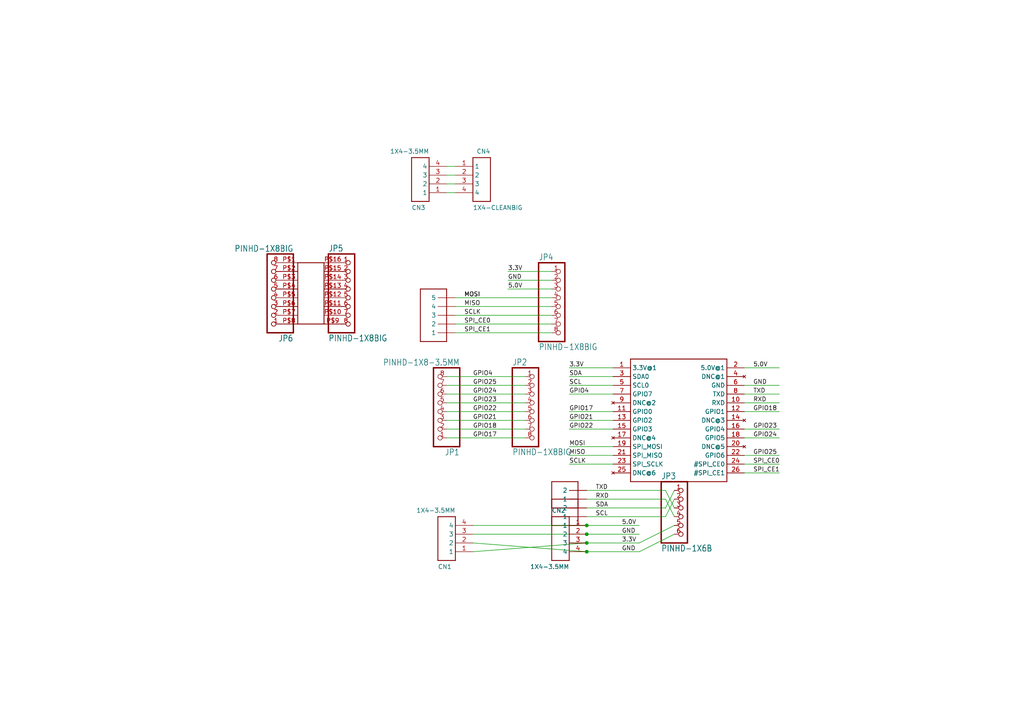
<source format=kicad_sch>
(kicad_sch (version 20211123) (generator eeschema)
  (paper "A4")
  (lib_symbols
    (symbol "eagleSchem-eagle-import:1X2-3.5MM"
      (symbol "1X2-3.5MM_1_0"
        (polyline (pts (xy -2.54 -2.54) (xy 5.08 -2.54)) (stroke (width 0.254)))
        (polyline (pts (xy -2.54 5.08) (xy -2.54 -2.54)) (stroke (width 0.254)))
        (polyline (pts (xy 5.08 -2.54) (xy 5.08 5.08)) (stroke (width 0.254)))
        (polyline (pts (xy 5.08 5.08) (xy -2.54 5.08)) (stroke (width 0.254)))
        (pin passive line (at -5.08 2.54 0) (length 5.08) (name "1") (number "1"))
        (pin passive line (at -5.08 0 0) (length 5.08) (name "2") (number "2"))
      )
    )
    (symbol "eagleSchem-eagle-import:1X4-3.5MM"
      (property "Reference" "CN" (at 5.08 7.62 0))
      (property "Value" "1X4-3.5MM" (at 0 -10.16 0))
      (symbol "1X4-3.5MM_1_0"
        (polyline (pts (xy 0 -7.62) (xy 0 5.08)) (stroke (width 0.254)))
        (polyline (pts (xy 0 5.08) (xy 5.08 5.08)) (stroke (width 0.254)))
        (polyline (pts (xy 5.08 -7.62) (xy 0 -7.62)) (stroke (width 0.254)))
        (polyline (pts (xy 5.08 5.08) (xy 5.08 -7.62)) (stroke (width 0.254)))
        (pin bidirectional line (at -5.08 2.54 0) (length 5.08) (name "1") (number "1"))
        (pin bidirectional line (at -5.08 0 0) (length 5.08) (name "2") (number "2"))
        (pin bidirectional line (at -5.08 -2.54 0) (length 5.08) (name "3") (number "3"))
        (pin bidirectional line (at -5.08 -5.08 0) (length 5.08) (name "4") (number "4"))
      )
    )
    (symbol "eagleSchem-eagle-import:1X4-CLEANBIG"
      (property "Reference" "CN" (at 5.08 7.62 0))
      (property "Value" "1X4-CLEANBIG" (at 0 -10.16 0))
      (symbol "1X4-CLEANBIG_1_0"
        (polyline (pts (xy 0 -7.62) (xy 0 5.08)) (stroke (width 0.254)))
        (polyline (pts (xy 0 5.08) (xy 5.08 5.08)) (stroke (width 0.254)))
        (polyline (pts (xy 5.08 -7.62) (xy 0 -7.62)) (stroke (width 0.254)))
        (polyline (pts (xy 5.08 5.08) (xy 5.08 -7.62)) (stroke (width 0.254)))
        (pin bidirectional line (at -5.08 2.54 0) (length 5.08) (name "1") (number "1"))
        (pin bidirectional line (at -5.08 0 0) (length 5.08) (name "2") (number "2"))
        (pin bidirectional line (at -5.08 -2.54 0) (length 5.08) (name "3") (number "3"))
        (pin bidirectional line (at -5.08 -5.08 0) (length 5.08) (name "4") (number "4"))
      )
    )
    (symbol "eagleSchem-eagle-import:1X5"
      (symbol "1X5_1_0"
        (polyline (pts (xy -5.08 -7.62) (xy 2.54 -7.62)) (stroke (width 0.254)))
        (polyline (pts (xy -5.08 7.62) (xy -5.08 -7.62)) (stroke (width 0.254)))
        (polyline (pts (xy 2.54 -7.62) (xy 2.54 7.62)) (stroke (width 0.254)))
        (polyline (pts (xy 2.54 7.62) (xy -5.08 7.62)) (stroke (width 0.254)))
        (pin passive line (at -7.62 5.08 0) (length 5.08) (name "1") (number "1"))
        (pin passive line (at -7.62 2.54 0) (length 5.08) (name "2") (number "2"))
        (pin passive line (at -7.62 0 0) (length 5.08) (name "3") (number "3"))
        (pin passive line (at -7.62 -2.54 0) (length 5.08) (name "4") (number "4"))
        (pin passive line (at -7.62 -5.08 0) (length 5.08) (name "5") (number "5"))
      )
    )
    (symbol "eagleSchem-eagle-import:PINHD-1X6B"
      (property "Reference" "JP" (at -6.35 10.795 0))
      (property "Value" "PINHD-1X6B" (at -6.35 -10.16 0))
      (symbol "PINHD-1X6B_1_0"
        (polyline (pts (xy -6.35 -7.62) (xy 1.27 -7.62)) (stroke (width 0.4064)))
        (polyline (pts (xy -6.35 10.16) (xy -6.35 -7.62)) (stroke (width 0.4064)))
        (polyline (pts (xy 1.27 -7.62) (xy 1.27 10.16)) (stroke (width 0.4064)))
        (polyline (pts (xy 1.27 10.16) (xy -6.35 10.16)) (stroke (width 0.4064)))
        (pin passive inverted (at -2.54 7.62 0) (length 2.54) (name "1") (number "1"))
        (pin passive inverted (at -2.54 5.08 0) (length 2.54) (name "2") (number "2"))
        (pin passive inverted (at -2.54 2.54 0) (length 2.54) (name "3") (number "3"))
        (pin passive inverted (at -2.54 0 0) (length 2.54) (name "4") (number "4"))
        (pin passive inverted (at -2.54 -2.54 0) (length 2.54) (name "5") (number "5"))
        (pin passive inverted (at -2.54 -5.08 0) (length 2.54) (name "6") (number "6"))
      )
    )
    (symbol "eagleSchem-eagle-import:PINHD-1X8-3.5MM"
      (property "Reference" "JP" (at -6.35 10.795 0))
      (property "Value" "PINHD-1X8-3.5MM" (at -6.35 -15.24 0))
      (symbol "PINHD-1X8-3.5MM_1_0"
        (polyline (pts (xy -6.35 -12.7) (xy 1.27 -12.7)) (stroke (width 0.4064)))
        (polyline (pts (xy -6.35 10.16) (xy -6.35 -12.7)) (stroke (width 0.4064)))
        (polyline (pts (xy 1.27 -12.7) (xy 1.27 10.16)) (stroke (width 0.4064)))
        (polyline (pts (xy 1.27 10.16) (xy -6.35 10.16)) (stroke (width 0.4064)))
        (pin passive inverted (at -2.54 7.62 0) (length 2.54) (name "1") (number "1"))
        (pin passive inverted (at -2.54 5.08 0) (length 2.54) (name "2") (number "2"))
        (pin passive inverted (at -2.54 2.54 0) (length 2.54) (name "3") (number "3"))
        (pin passive inverted (at -2.54 0 0) (length 2.54) (name "4") (number "4"))
        (pin passive inverted (at -2.54 -2.54 0) (length 2.54) (name "5") (number "5"))
        (pin passive inverted (at -2.54 -5.08 0) (length 2.54) (name "6") (number "6"))
        (pin passive inverted (at -2.54 -7.62 0) (length 2.54) (name "7") (number "7"))
        (pin passive inverted (at -2.54 -10.16 0) (length 2.54) (name "8") (number "8"))
      )
    )
    (symbol "eagleSchem-eagle-import:PINHD-1X8BIG"
      (property "Reference" "JP" (at -6.35 10.795 0))
      (property "Value" "PINHD-1X8BIG" (at -6.35 -15.24 0))
      (symbol "PINHD-1X8BIG_1_0"
        (polyline (pts (xy -6.35 -12.7) (xy 1.27 -12.7)) (stroke (width 0.4064)))
        (polyline (pts (xy -6.35 10.16) (xy -6.35 -12.7)) (stroke (width 0.4064)))
        (polyline (pts (xy 1.27 -12.7) (xy 1.27 10.16)) (stroke (width 0.4064)))
        (polyline (pts (xy 1.27 10.16) (xy -6.35 10.16)) (stroke (width 0.4064)))
        (pin passive inverted (at -2.54 7.62 0) (length 2.54) (name "1") (number "1"))
        (pin passive inverted (at -2.54 5.08 0) (length 2.54) (name "2") (number "2"))
        (pin passive inverted (at -2.54 2.54 0) (length 2.54) (name "3") (number "3"))
        (pin passive inverted (at -2.54 0 0) (length 2.54) (name "4") (number "4"))
        (pin passive inverted (at -2.54 -2.54 0) (length 2.54) (name "5") (number "5"))
        (pin passive inverted (at -2.54 -5.08 0) (length 2.54) (name "6") (number "6"))
        (pin passive inverted (at -2.54 -7.62 0) (length 2.54) (name "7") (number "7"))
        (pin passive inverted (at -2.54 -10.16 0) (length 2.54) (name "8") (number "8"))
      )
    )
    (symbol "eagleSchem-eagle-import:RASPBERRYPI_BB"
      (symbol "RASPBERRYPI_BB_1_0"
        (polyline (pts (xy -12.7 -17.78) (xy -12.7 17.78)) (stroke (width 0.254)))
        (polyline (pts (xy -12.7 17.78) (xy 15.24 17.78)) (stroke (width 0.254)))
        (polyline (pts (xy 15.24 -17.78) (xy -12.7 -17.78)) (stroke (width 0.254)))
        (polyline (pts (xy 15.24 17.78) (xy 15.24 -17.78)) (stroke (width 0.254)))
        (pin power_in line (at -17.78 15.24 0) (length 5.08) (name "3.3V@1") (number "1"))
        (pin input line (at 20.32 5.08 180) (length 5.08) (name "RXD") (number "10"))
        (pin bidirectional line (at -17.78 2.54 0) (length 5.08) (name "GPIO0") (number "11"))
        (pin bidirectional line (at 20.32 2.54 180) (length 5.08) (name "GPIO1") (number "12"))
        (pin bidirectional line (at -17.78 0 0) (length 5.08) (name "GPIO2") (number "13"))
        (pin no_connect line (at 20.32 0 180) (length 5.08) (name "DNC@3") (number "14"))
        (pin bidirectional line (at -17.78 -2.54 0) (length 5.08) (name "GPIO3") (number "15"))
        (pin bidirectional line (at 20.32 -2.54 180) (length 5.08) (name "GPIO4") (number "16"))
        (pin no_connect line (at -17.78 -5.08 0) (length 5.08) (name "DNC@4") (number "17"))
        (pin bidirectional line (at 20.32 -5.08 180) (length 5.08) (name "GPIO5") (number "18"))
        (pin output line (at -17.78 -7.62 0) (length 5.08) (name "SPI_MOSI") (number "19"))
        (pin power_in line (at 20.32 15.24 180) (length 5.08) (name "5.0V@1") (number "2"))
        (pin no_connect line (at 20.32 -7.62 180) (length 5.08) (name "DNC@5") (number "20"))
        (pin input line (at -17.78 -10.16 0) (length 5.08) (name "SPI_MISO") (number "21"))
        (pin bidirectional line (at 20.32 -10.16 180) (length 5.08) (name "GPIO6") (number "22"))
        (pin output line (at -17.78 -12.7 0) (length 5.08) (name "SPI_SCLK") (number "23"))
        (pin output line (at 20.32 -12.7 180) (length 5.08) (name "#SPI_CE0") (number "24"))
        (pin no_connect line (at -17.78 -15.24 0) (length 5.08) (name "DNC@6") (number "25"))
        (pin output line (at 20.32 -15.24 180) (length 5.08) (name "#SPI_CE1") (number "26"))
        (pin bidirectional line (at -17.78 12.7 0) (length 5.08) (name "SDA0") (number "3"))
        (pin no_connect line (at 20.32 12.7 180) (length 5.08) (name "DNC@1") (number "4"))
        (pin output line (at -17.78 10.16 0) (length 5.08) (name "SCL0") (number "5"))
        (pin power_in line (at 20.32 10.16 180) (length 5.08) (name "GND") (number "6"))
        (pin bidirectional line (at -17.78 7.62 0) (length 5.08) (name "GPIO7") (number "7"))
        (pin output line (at 20.32 7.62 180) (length 5.08) (name "TXD") (number "8"))
        (pin no_connect line (at -17.78 5.08 0) (length 5.08) (name "DNC@2") (number "9"))
      )
    )
    (symbol "eagleSchem-eagle-import:SMD-16SOIC"
      (symbol "SMD-16SOIC_1_0"
        (polyline (pts (xy -2.54 -5.08) (xy -2.54 12.7)) (stroke (width 0.254)))
        (polyline (pts (xy -2.54 12.7) (xy 5.08 12.7)) (stroke (width 0.254)))
        (polyline (pts (xy 5.08 -5.08) (xy -2.54 -5.08)) (stroke (width 0.254)))
        (polyline (pts (xy 5.08 12.7) (xy 5.08 -5.08)) (stroke (width 0.254)))
        (pin bidirectional line (at -7.62 12.7 0) (length 5.08) (name "P$1") (number "P$1"))
        (pin bidirectional line (at 10.16 -2.54 180) (length 5.08) (name "P$10") (number "P$10"))
        (pin bidirectional line (at 10.16 0 180) (length 5.08) (name "P$11") (number "P$11"))
        (pin bidirectional line (at 10.16 2.54 180) (length 5.08) (name "P$12") (number "P$12"))
        (pin bidirectional line (at 10.16 5.08 180) (length 5.08) (name "P$13") (number "P$13"))
        (pin bidirectional line (at 10.16 7.62 180) (length 5.08) (name "P$14") (number "P$14"))
        (pin bidirectional line (at 10.16 10.16 180) (length 5.08) (name "P$15") (number "P$15"))
        (pin bidirectional line (at 10.16 12.7 180) (length 5.08) (name "P$16") (number "P$16"))
        (pin bidirectional line (at -7.62 10.16 0) (length 5.08) (name "P$2") (number "P$2"))
        (pin bidirectional line (at -7.62 7.62 0) (length 5.08) (name "P$3") (number "P$3"))
        (pin bidirectional line (at -7.62 5.08 0) (length 5.08) (name "P$4") (number "P$4"))
        (pin bidirectional line (at -7.62 2.54 0) (length 5.08) (name "P$5") (number "P$5"))
        (pin bidirectional line (at -7.62 0 0) (length 5.08) (name "P$6") (number "P$6"))
        (pin bidirectional line (at -7.62 -2.54 0) (length 5.08) (name "P$7") (number "P$7"))
        (pin bidirectional line (at -7.62 -5.08 0) (length 5.08) (name "P$8") (number "P$8"))
        (pin bidirectional line (at 10.16 -5.08 180) (length 5.08) (name "P$9") (number "P$9"))
      )
    )
  )
  (junction (at 170.18 152.4))
  (junction (at 170.18 157.48))
  (junction (at 170.18 154.94))
  (junction (at 170.18 160.02))
  (wire (pts (xy 215.9 132.08) (xy 226.06 132.08)))
  (wire (pts (xy 165.1 132.08) (xy 177.8 132.08)))
  (wire (pts (xy 132.08 50.8) (xy 129.54 50.8)))
  (wire (pts (xy 132.08 55.88) (xy 129.54 55.88)))
  (wire (pts (xy 160.02 83.82) (xy 147.32 83.82)))
  (wire (pts (xy 215.9 124.46) (xy 226.06 124.46)))
  (wire (pts (xy 129.54 119.38) (xy 152.4 119.38)))
  (wire (pts (xy 129.54 116.84) (xy 152.4 116.84)))
  (wire (pts (xy 215.9 134.62) (xy 226.06 134.62)))
  (wire (pts (xy 177.8 106.68) (xy 165.1 106.68)))
  (wire (pts (xy 132.08 88.9) (xy 160.02 88.9)))
  (wire (pts (xy 193.04 149.86) (xy 195.58 144.78)))
  (wire (pts (xy 132.08 93.98) (xy 160.02 93.98)))
  (wire (pts (xy 132.08 53.34) (xy 129.54 53.34)))
  (wire (pts (xy 170.18 144.78) (xy 193.04 144.78)))
  (wire (pts (xy 132.08 86.36) (xy 160.02 86.36)))
  (wire (pts (xy 215.9 137.16) (xy 226.06 137.16)))
  (wire (pts (xy 177.8 111.76) (xy 165.1 111.76)))
  (wire (pts (xy 129.54 109.22) (xy 152.4 109.22)))
  (wire (pts (xy 129.54 124.46) (xy 152.4 124.46)))
  (wire (pts (xy 177.8 121.92) (xy 165.1 121.92)))
  (wire (pts (xy 160.02 81.28) (xy 147.32 81.28)))
  (wire (pts (xy 177.8 134.62) (xy 165.1 134.62)))
  (wire (pts (xy 129.54 114.3) (xy 152.4 114.3)))
  (wire (pts (xy 215.9 127) (xy 226.06 127)))
  (wire (pts (xy 132.08 96.52) (xy 160.02 96.52)))
  (wire (pts (xy 129.54 121.92) (xy 152.4 121.92)))
  (wire (pts (xy 177.8 119.38) (xy 165.1 119.38)))
  (wire (pts (xy 132.08 91.44) (xy 160.02 91.44)))
  (wire (pts (xy 193.04 144.78) (xy 195.58 149.86)))
  (wire (pts (xy 170.18 152.4) (xy 185.42 152.4)))
  (wire (pts (xy 132.08 48.26) (xy 129.54 48.26)))
  (wire (pts (xy 193.04 147.32) (xy 195.58 142.24)))
  (wire (pts (xy 170.18 147.32) (xy 193.04 147.32)))
  (wire (pts (xy 170.18 154.94) (xy 137.16 154.94)))
  (wire (pts (xy 185.42 157.48) (xy 170.18 157.48)))
  (wire (pts (xy 129.54 127) (xy 152.4 127)))
  (wire (pts (xy 170.18 149.86) (xy 193.04 149.86)))
  (wire (pts (xy 129.54 111.76) (xy 152.4 111.76)))
  (wire (pts (xy 170.18 142.24) (xy 193.04 142.24)))
  (wire (pts (xy 177.8 109.22) (xy 165.1 109.22)))
  (wire (pts (xy 177.8 129.54) (xy 165.1 129.54)))
  (wire (pts (xy 215.9 111.76) (xy 226.06 111.76)))
  (wire (pts (xy 215.9 106.68) (xy 226.06 106.68)))
  (wire (pts (xy 193.04 142.24) (xy 195.58 147.32)))
  (wire (pts (xy 215.9 116.84) (xy 226.06 116.84)))
  (wire (pts (xy 177.8 124.46) (xy 165.1 124.46)))
  (wire (pts (xy 215.9 119.38) (xy 226.06 119.38)))
  (wire (pts (xy 170.18 157.48) (xy 137.16 160.02)))
  (wire (pts (xy 170.18 152.4) (xy 137.16 152.4)))
  (wire (pts (xy 215.9 114.3) (xy 226.06 114.3)))
  (wire (pts (xy 160.02 78.74) (xy 147.32 78.74)))
  (wire (pts (xy 185.42 160.02) (xy 195.58 154.94)))
  (wire (pts (xy 177.8 114.3) (xy 165.1 114.3)))
  (wire (pts (xy 185.42 157.48) (xy 195.58 152.4)))
  (wire (pts (xy 170.18 154.94) (xy 185.42 154.94)))
  (wire (pts (xy 137.16 157.48) (xy 170.18 160.02)))
  (wire (pts (xy 170.18 160.02) (xy 185.42 160.02)))
  (label "SPI_CE0" (at 218.44 134.62 0) (effects (font (size 1.2446 1.2446))))
  (label "SDA" (at 172.72 147.32 0) (effects (font (size 1.2446 1.2446))))
  (label "GND" (at 180.34 160.02 0) (effects (font (size 1.2446 1.2446))))
  (label "MOSI" (at 165.1 129.54 0) (effects (font (size 1.2446 1.2446))))
  (label "TXD" (at 218.44 114.3 0) (effects (font (size 1.2446 1.2446))))
  (label "5.0V" (at 147.32 83.82 0) (effects (font (size 1.2446 1.2446))))
  (label "5.0V" (at 180.34 152.4 0) (effects (font (size 1.2446 1.2446))))
  (label "GPIO24" (at 137.16 114.3 0) (effects (font (size 1.2446 1.2446))))
  (label "GPIO4" (at 165.1 114.3 0) (effects (font (size 1.2446 1.2446))))
  (label "RXD" (at 172.72 144.78 0) (effects (font (size 1.2446 1.2446))))
  (label "3.3V" (at 147.32 78.74 0) (effects (font (size 1.2446 1.2446))))
  (label "SCL" (at 165.1 111.76 0) (effects (font (size 1.2446 1.2446))))
  (label "GPIO22" (at 165.1 124.46 0) (effects (font (size 1.2446 1.2446))))
  (label "GPIO17" (at 165.1 119.38 0) (effects (font (size 1.2446 1.2446))))
  (label "GPIO18" (at 218.44 119.38 0) (effects (font (size 1.2446 1.2446))))
  (label "MISO" (at 165.1 132.08 0) (effects (font (size 1.2446 1.2446))))
  (label "3.3V" (at 180.34 157.48 0) (effects (font (size 1.2446 1.2446))))
  (label "SDA" (at 165.1 109.22 0) (effects (font (size 1.2446 1.2446))))
  (label "MOSI" (at 134.62 86.36 0) (effects (font (size 1.2446 1.2446))))
  (label "5.0V" (at 218.44 106.68 0) (effects (font (size 1.2446 1.2446))))
  (label "GPIO24" (at 218.44 127 0) (effects (font (size 1.2446 1.2446))))
  (label "GPIO18" (at 137.16 124.46 0) (effects (font (size 1.2446 1.2446))))
  (label "GPIO4" (at 137.16 109.22 0) (effects (font (size 1.2446 1.2446))))
  (label "GND" (at 180.34 154.94 0) (effects (font (size 1.2446 1.2446))))
  (label "SPI_CE1" (at 134.62 96.52 0) (effects (font (size 1.2446 1.2446))))
  (label "3.3V" (at 165.1 106.68 0) (effects (font (size 1.2446 1.2446))))
  (label "SPI_CE0" (at 134.62 93.98 0) (effects (font (size 1.2446 1.2446))))
  (label "MISO" (at 134.62 88.9 0) (effects (font (size 1.2446 1.2446))))
  (label "TXD" (at 172.72 142.24 0) (effects (font (size 1.2446 1.2446))))
  (label "SCL" (at 172.72 149.86 0) (effects (font (size 1.2446 1.2446))))
  (label "GND" (at 218.44 111.76 0) (effects (font (size 1.2446 1.2446))))
  (label "SPI_CE1" (at 218.44 137.16 0) (effects (font (size 1.2446 1.2446))))
  (label "GPIO25" (at 218.44 132.08 0) (effects (font (size 1.2446 1.2446))))
  (label "SCLK" (at 134.62 91.44 0) (effects (font (size 1.2446 1.2446))))
  (label "GPIO23" (at 137.16 116.84 0) (effects (font (size 1.2446 1.2446))))
  (label "GPIO25" (at 137.16 111.76 0) (effects (font (size 1.2446 1.2446))))
  (label "SCLK" (at 165.1 134.62 0) (effects (font (size 1.2446 1.2446))))
  (label "GPIO17" (at 137.16 127 0) (effects (font (size 1.2446 1.2446))))
  (label "GPIO22" (at 137.16 119.38 0) (effects (font (size 1.2446 1.2446))))
  (label "RXD" (at 218.44 116.84 0) (effects (font (size 1.2446 1.2446))))
  (label "GPIO23" (at 218.44 124.46 0) (effects (font (size 1.2446 1.2446))))
  (label "MOSI" (at 134.62 86.36 0) (effects (font (size 1.2446 1.2446))))
  (label "GPIO21" (at 137.16 121.92 0) (effects (font (size 1.2446 1.2446))))
  (label "GPIO21" (at 165.1 121.92 0) (effects (font (size 1.2446 1.2446))))
  (label "GND" (at 147.32 81.28 0) (effects (font (size 1.2446 1.2446))))
  (symbol (lib_id "eagleSchem-eagle-import:PINHD-1X8-3.5MM") (at 127 119.38 180) (unit 1)
    (property "Reference" "JP1" (at 133.35 130.175 0) (effects (font (size 1.778 1.5113)) (justify left bottom)))
    (property "Value" "PINHD-1X8-3.5MM" (at 133.35 104.14 0) (effects (font (size 1.778 1.5113)) (justify left bottom)))
    (property "Footprint" "eagleSchem:1X08-3.5MM" (effects hide))
  )
  (symbol (lib_id "eagleSchem-eagle-import:PINHD-1X8BIG") (at 78.74 86.36 180) (unit 1)
    (property "Reference" "JP6" (at 85.09 97.155 0) (effects (font (size 1.778 1.5113)) (justify left bottom)))
    (property "Value" "PINHD-1X8BIG" (at 85.09 71.12 0) (effects (font (size 1.778 1.5113)) (justify left bottom)))
    (property "Footprint" "eagleSchem:1X08-BIG" (effects hide))
  )
  (symbol (lib_id "eagleSchem-eagle-import:1X4-3.5MM") (at 165.1 154.94 0) (mirror y) (unit 1)
    (property "Reference" "CN2" (at 160.02 147.32 0) (effects (justify right top)))
    (property "Value" "1X4-3.5MM" (at 165.1 165.1 0) (effects (justify left bottom)))
    (property "Footprint" "eagleSchem:1X04-3.5MM" (effects hide))
  )
  (symbol (lib_id "eagleSchem-eagle-import:RASPBERRYPI_BB") (at 195.58 121.92 0) (unit 1)
    (property "Reference" "U$1" (effects hide))
    (property "Value" "RASPBERRYPI_BB" (effects hide))
    (property "Footprint" "eagleSchem:RASBERRYPI_SHIELD" (effects hide))
  )
  (symbol (lib_id "eagleSchem-eagle-import:1X5") (at 124.46 91.44 180) (unit 1)
    (property "Reference" "J3" (effects hide))
    (property "Value" "1X5" (effects hide))
    (property "Footprint" "eagleSchem:1X05-3.5MM" (effects hide))
  )
  (symbol (lib_id "eagleSchem-eagle-import:1X4-CLEANBIG") (at 137.16 50.8 0) (unit 1)
    (property "Reference" "CN4" (at 142.24 43.18 0) (effects (justify right top)))
    (property "Value" "1X4-CLEANBIG" (at 137.16 60.96 0) (effects (justify left bottom)))
    (property "Footprint" "eagleSchem:1X04-CLEANBIG" (effects hide))
  )
  (symbol (lib_id "eagleSchem-eagle-import:1X2-3.5MM") (at 165.1 142.24 180) (unit 1)
    (property "Reference" "J2" (effects hide))
    (property "Value" "1X2-3.5MM" (effects hide))
    (property "Footprint" "eagleSchem:1X2-3.5MM" (effects hide))
  )
  (symbol (lib_id "eagleSchem-eagle-import:PINHD-1X8BIG") (at 101.6 83.82 0) (unit 1)
    (property "Reference" "JP5" (at 95.25 73.025 0) (effects (font (size 1.778 1.5113)) (justify left bottom)))
    (property "Value" "PINHD-1X8BIG" (at 95.25 99.06 0) (effects (font (size 1.778 1.5113)) (justify left bottom)))
    (property "Footprint" "eagleSchem:1X08-BIG" (effects hide))
  )
  (symbol (lib_id "eagleSchem-eagle-import:1X2-3.5MM") (at 165.1 147.32 180) (unit 1)
    (property "Reference" "J1" (effects hide))
    (property "Value" "1X2-3.5MM" (effects hide))
    (property "Footprint" "eagleSchem:1X2-3.5MM" (effects hide))
  )
  (symbol (lib_id "eagleSchem-eagle-import:PINHD-1X6B") (at 198.12 149.86 0) (unit 1)
    (property "Reference" "JP3" (at 191.77 139.065 0) (effects (font (size 1.778 1.5113)) (justify left bottom)))
    (property "Value" "PINHD-1X6B" (at 191.77 160.02 0) (effects (font (size 1.778 1.5113)) (justify left bottom)))
    (property "Footprint" "eagleSchem:1X06-BIG" (effects hide))
  )
  (symbol (lib_id "eagleSchem-eagle-import:PINHD-1X8BIG") (at 154.94 116.84 0) (unit 1)
    (property "Reference" "JP2" (at 148.59 106.045 0) (effects (font (size 1.778 1.5113)) (justify left bottom)))
    (property "Value" "PINHD-1X8BIG" (at 148.59 132.08 0) (effects (font (size 1.778 1.5113)) (justify left bottom)))
    (property "Footprint" "eagleSchem:1X08-BIG" (effects hide))
  )
  (symbol (lib_id "eagleSchem-eagle-import:1X4-3.5MM") (at 124.46 53.34 180) (unit 1)
    (property "Reference" "CN3" (at 119.38 60.96 0) (effects (justify right top)))
    (property "Value" "1X4-3.5MM" (at 124.46 43.18 0) (effects (justify left bottom)))
    (property "Footprint" "eagleSchem:1X04-3.5MM" (effects hide))
  )
  (symbol (lib_id "eagleSchem-eagle-import:1X4-3.5MM") (at 132.08 157.48 180) (unit 1)
    (property "Reference" "CN1" (at 127 165.1 0) (effects (justify right top)))
    (property "Value" "1X4-3.5MM" (at 132.08 147.32 0) (effects (justify left bottom)))
    (property "Footprint" "eagleSchem:1X04-3.5MM" (effects hide))
  )
  (symbol (lib_id "eagleSchem-eagle-import:PINHD-1X8BIG") (at 162.56 86.36 0) (unit 1)
    (property "Reference" "JP4" (at 156.21 75.565 0) (effects (font (size 1.778 1.5113)) (justify left bottom)))
    (property "Value" "PINHD-1X8BIG" (at 156.21 101.6 0) (effects (font (size 1.778 1.5113)) (justify left bottom)))
    (property "Footprint" "eagleSchem:1X08-BIG" (effects hide))
  )
  (symbol (lib_id "eagleSchem-eagle-import:SMD-16SOIC") (at 88.9 88.9 0) (unit 1)
    (property "Reference" "U$2" (effects hide))
    (property "Value" "SMD-16SOIC" (effects hide))
    (property "Footprint" "eagleSchem:SO-16NMW" (effects hide))
  )
)
</source>
